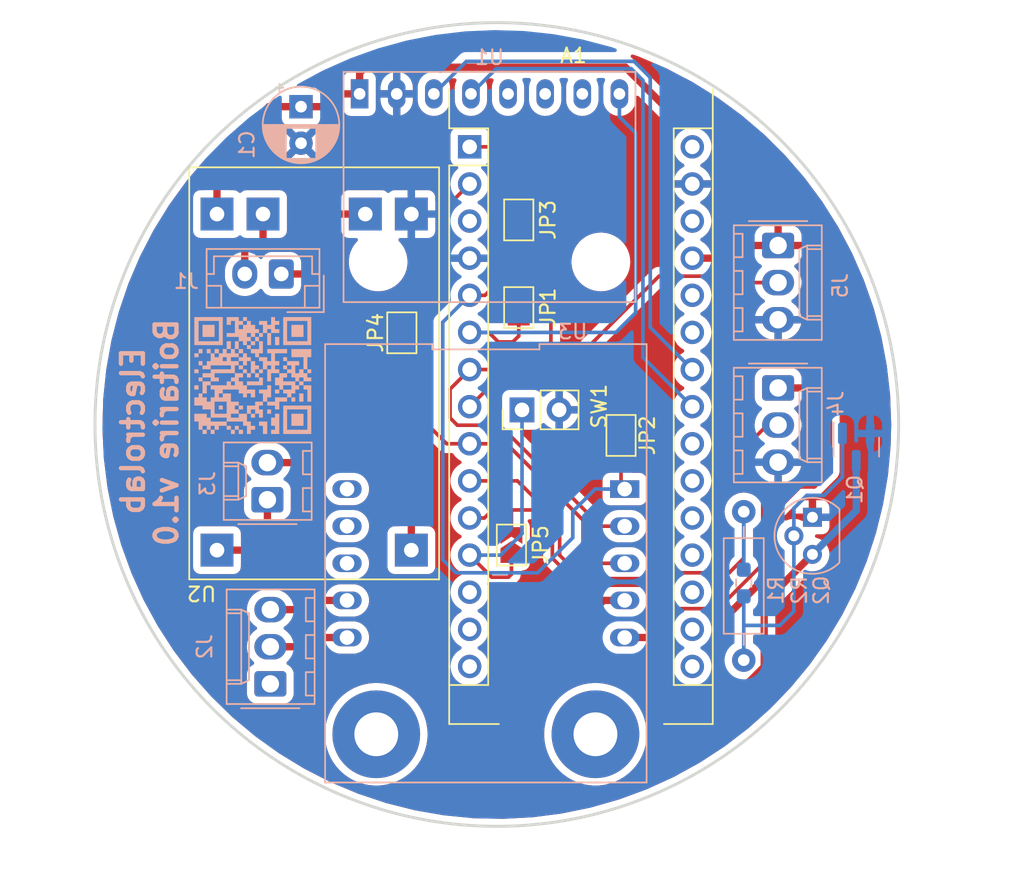
<source format=kicad_pcb>
(kicad_pcb (version 20210424) (generator pcbnew)

  (general
    (thickness 1.6)
  )

  (paper "A4")
  (layers
    (0 "F.Cu" signal)
    (31 "B.Cu" signal)
    (32 "B.Adhes" user "B.Adhesive")
    (33 "F.Adhes" user "F.Adhesive")
    (34 "B.Paste" user)
    (35 "F.Paste" user)
    (36 "B.SilkS" user "B.Silkscreen")
    (37 "F.SilkS" user "F.Silkscreen")
    (38 "B.Mask" user)
    (39 "F.Mask" user)
    (40 "Dwgs.User" user "User.Drawings")
    (41 "Cmts.User" user "User.Comments")
    (42 "Eco1.User" user "User.Eco1")
    (43 "Eco2.User" user "User.Eco2")
    (44 "Edge.Cuts" user)
    (45 "Margin" user)
    (46 "B.CrtYd" user "B.Courtyard")
    (47 "F.CrtYd" user "F.Courtyard")
    (48 "B.Fab" user)
    (49 "F.Fab" user)
    (50 "User.1" user)
    (51 "User.2" user)
    (52 "User.3" user)
    (53 "User.4" user)
    (54 "User.5" user)
    (55 "User.6" user)
    (56 "User.7" user)
    (57 "User.8" user)
    (58 "User.9" user)
  )

  (setup
    (stackup
      (layer "F.SilkS" (type "Top Silk Screen"))
      (layer "F.Paste" (type "Top Solder Paste"))
      (layer "F.Mask" (type "Top Solder Mask") (color "Green") (thickness 0.01))
      (layer "F.Cu" (type "copper") (thickness 0.035))
      (layer "dielectric 1" (type "core") (thickness 1.51) (material "FR4") (epsilon_r 4.5) (loss_tangent 0.02))
      (layer "B.Cu" (type "copper") (thickness 0.035))
      (layer "B.Mask" (type "Bottom Solder Mask") (color "Green") (thickness 0.01))
      (layer "B.Paste" (type "Bottom Solder Paste"))
      (layer "B.SilkS" (type "Bottom Silk Screen"))
      (copper_finish "None")
      (dielectric_constraints no)
    )
    (pad_to_mask_clearance 0)
    (pcbplotparams
      (layerselection 0x00010fc_ffffffff)
      (disableapertmacros false)
      (usegerberextensions false)
      (usegerberattributes true)
      (usegerberadvancedattributes true)
      (creategerberjobfile true)
      (svguseinch false)
      (svgprecision 6)
      (excludeedgelayer true)
      (plotframeref false)
      (viasonmask false)
      (mode 1)
      (useauxorigin false)
      (hpglpennumber 1)
      (hpglpenspeed 20)
      (hpglpendiameter 15.000000)
      (dxfpolygonmode true)
      (dxfimperialunits true)
      (dxfusepcbnewfont true)
      (psnegative false)
      (psa4output false)
      (plotreference true)
      (plotvalue true)
      (plotinvisibletext false)
      (sketchpadsonfab false)
      (subtractmaskfromsilk false)
      (outputformat 1)
      (mirror false)
      (drillshape 1)
      (scaleselection 1)
      (outputdirectory "")
    )
  )

  (net 0 "")
  (net 1 "Net-(A1-Pad1)")
  (net 2 "unconnected-(A1-Pad17)")
  (net 3 "Net-(A1-Pad2)")
  (net 4 "unconnected-(A1-Pad18)")
  (net 5 "unconnected-(A1-Pad3)")
  (net 6 "unconnected-(A1-Pad19)")
  (net 7 "GND")
  (net 8 "unconnected-(A1-Pad20)")
  (net 9 "/BUSY")
  (net 10 "unconnected-(A1-Pad21)")
  (net 11 "/INT")
  (net 12 "unconnected-(A1-Pad22)")
  (net 13 "/TX")
  (net 14 "/SDA")
  (net 15 "/CAP_SENSOR_2")
  (net 16 "/SCL")
  (net 17 "/RX")
  (net 18 "unconnected-(A1-Pad25)")
  (net 19 "/GND_AUDIO_SW")
  (net 20 "unconnected-(A1-Pad26)")
  (net 21 "/CAP_SENSOR_1")
  (net 22 "VCC")
  (net 23 "/SENSOR_POSITION")
  (net 24 "unconnected-(A1-Pad28)")
  (net 25 "unconnected-(A1-Pad13)")
  (net 26 "unconnected-(A1-Pad14)")
  (net 27 "unconnected-(A1-Pad30)")
  (net 28 "unconnected-(A1-Pad15)")
  (net 29 "unconnected-(A1-Pad16)")
  (net 30 "-BATT")
  (net 31 "+BATT")
  (net 32 "/SP-")
  (net 33 "/SP+")
  (net 34 "+5V")
  (net 35 "GNDPWR")
  (net 36 "/GND_AUDIO")
  (net 37 "unconnected-(U1-Pad5)")
  (net 38 "unconnected-(U1-Pad6)")
  (net 39 "unconnected-(U1-Pad7)")
  (net 40 "unconnected-(U3-Pad8)")
  (net 41 "unconnected-(U3-Pad9)")
  (net 42 "unconnected-(U3-Pad10)")
  (net 43 "unconnected-(U3-PadS1)")
  (net 44 "unconnected-(U3-PadS2)")
  (net 45 "Net-(Q1-Pad1)")

  (footprint "boitarire_lib:HW-107" (layer "F.Cu") (at 151.5 65 180))

  (footprint "Jumper:SolderJumper-2_P1.3mm_Open_TrianglePad1.0x1.5mm" (layer "F.Cu") (at 172.5 69.5 -90))

  (footprint "Jumper:SolderJumper-2_P1.3mm_Open_TrianglePad1.0x1.5mm" (layer "F.Cu") (at 165.5 60.75 90))

  (footprint "Jumper:SolderJumper-2_P1.3mm_Open_TrianglePad1.0x1.5mm" (layer "F.Cu") (at 165.5 54.75 90))

  (footprint "Jumper:SolderJumper-2_P1.3mm_Open_TrianglePad1.0x1.5mm" (layer "F.Cu") (at 165 77 90))

  (footprint "Jumper:SolderJumper-2_P1.3mm_Open_TrianglePad1.0x1.5mm" (layer "F.Cu") (at 157.5 62.475 90))

  (footprint "Connector_PinHeader_2.54mm:PinHeader_1x02_P2.54mm_Vertical" (layer "F.Cu") (at 165.725 67.75 90))

  (footprint "Module:Arduino_Nano" (layer "F.Cu") (at 162.14 49.75))

  (footprint "boitarire_lib:GY-521" (layer "B.Cu") (at 163.5 46.125))

  (footprint "Connector_Molex:Molex_KK-254_AE-6410-03A_1x03_P2.54mm_Vertical" (layer "B.Cu") (at 183.25 66.25 -90))

  (footprint "Connector_Molex:Molex_KK-254_AE-6410-02A_1x02_P2.54mm_Vertical" (layer "B.Cu") (at 148.3 73.9 90))

  (footprint "Connector_JST:JST_EH_B2B-EH-A_1x02_P2.50mm_Vertical" (layer "B.Cu") (at 149.25 58.45 180))

  (footprint "Connector_Molex:Molex_KK-254_AE-6410-03A_1x03_P2.54mm_Vertical" (layer "B.Cu") (at 148.5 86.5 90))

  (footprint "Package_TO_SOT_THT:TO-92" (layer "B.Cu") (at 185.6 75.1 -90))

  (footprint "Resistor_SMD:R_0603_1608Metric_Pad0.98x0.95mm_HandSolder" (layer "B.Cu") (at 180.9 79.6 -90))

  (footprint "Connector_Molex:Molex_KK-254_AE-6410-03A_1x03_P2.54mm_Vertical" (layer "B.Cu") (at 183.25 56.5 -90))

  (footprint "Capacitor_THT:CP_Radial_D5.0mm_P2.50mm" (layer "B.Cu") (at 150.6 47 -90))

  (footprint "boitarire_lib:DFR0534" (layer "B.Cu") (at 163.25 78.25 -90))

  (footprint "Resistor_THT:R_Axial_DIN0207_L6.3mm_D2.5mm_P10.16mm_Horizontal" (layer "B.Cu") (at 180.9 74.72 -90))

  (footprint "Package_TO_SOT_SMD:SOT-23" (layer "B.Cu") (at 188.6 70.3 -90))

  (footprint "boitarire_lib:qr-code" (layer "B.Cu") (at 147.3 65.4 180))

  (gr_circle (center 164 68.75) (end 191.5 68.75) (layer "Edge.Cuts") (width 0.2) (fill none) (tstamp 30c2b695-36de-4ed3-b4f6-de3e6f1f2fe0))
  (gr_text "Electrolab" (at 139.1 69.2 90) (layer "B.SilkS") (tstamp 278fe4ee-820f-43c7-98d8-16da8c7b9a48)
    (effects (font (size 1.5 1.5) (thickness 0.3)) (justify mirror))
  )
  (gr_text "Boitarire v1.0" (at 141.4 69.3 -270) (layer "B.SilkS") (tstamp a0e2e1b1-52e3-4bf3-8b1e-c60b62b615be)
    (effects (font (size 1.5 1.5) (thickness 0.3)) (justify mirror))
  )

  (segment (start 165.5 51.1) (end 164.15 49.75) (width 0.25) (layer "F.Cu") (net 1) (tstamp 57c13a52-aaf8-4b76-89cf-06026b679688))
  (segment (start 164.15 49.75) (end 162.14 49.75) (width 0.25) (layer "F.Cu") (net 1) (tstamp 862f08b7-0f46-4efa-974d-f80c33dbca6e))
  (segment (start 165.5 54.025) (end 165.5 51.1) (width 0.25) (layer "F.Cu") (net 1) (tstamp c6c4a031-6182-4c64-aa66-a67993c43034))
  (segment (start 160.1 54.33) (end 162.14 52.29) (width 0.25) (layer "F.Cu") (net 3) (tstamp 0f2ccad9-e699-49f0-bc40-53277732aa90))
  (segment (start 157.5 60.5) (end 160.1 57.9) (width 0.25) (layer "F.Cu") (net 3) (tstamp 2cb29135-e8a2-4b08-89cd-2f31876aed39))
  (segment (start 160.1 57.9) (end 160.1 54.33) (width 0.25) (layer "F.Cu") (net 3) (tstamp 3b0d2cd4-97d6-46cf-a781-12347f18ee90))
  (segment (start 157.5 61.75) (end 157.5 60.5) (width 0.25) (layer "F.Cu") (net 3) (tstamp 779db477-d577-48ba-bd55-2178aefc5e16))
  (segment (start 165.5 60.025) (end 165.5 58.5) (width 0.25) (layer "F.Cu") (net 9) (tstamp 065dc92b-f004-45d3-b53b-e8064470db48))
  (segment (start 163.19 59.91) (end 162.14 59.91) (width 0.25) (layer "F.Cu") (net 9) (tstamp 55173f7a-6b9a-4877-8ad3-ce477d3a10c0))
  (segment (start 172.5 72.92) (end 172.75 73.17) (width 0.25) (layer "F.Cu") (net 9) (tstamp 56bb2100-e65f-4553-8203-d8025676d120))
  (segment (start 163.5 59.6) (end 163.19 59.91) (width 0.25) (layer "F.Cu") (net 9) (tstamp 7f7cde0e-ce6f-4ba5-a63d-3ab5aec6bd4d))
  (segment (start 165.2 58.2) (end 163.9 58.2) (width 0.25) (layer "F.Cu") (net 9) (tstamp b539e521-bf0e-4470-86bc-16ab0cbad67d))
  (segment (start 165.5 58.5) (end 165.2 58.2) (width 0.25) (layer "F.Cu") (net 9) (tstamp bb44fe3e-7dfd-40c7-833d-290d5ea38f62))
  (segment (start 172.5 70.225) (end 172.5 72.92) (width 0.25) (layer "F.Cu") (net 9) (tstamp ce784b1e-769e-4be0-a409-c0209f93f5a6))
  (segment (start 163.9 58.2) (end 163.5 58.6) (width 0.25) (layer "F.Cu") (net 9) (tstamp d7dd6b40-c6fd-4b1e-8cd2-f861de028501))
  (segment (start 163.5 58.6) (end 163.5 59.6) (width 0.25) (layer "F.Cu") (net 9) (tstamp e54a7c8d-de81-40ba-bb01-0b5c4918415c))
  (segment (start 170.73 73.17) (end 172.75 73.17) (width 0.25) (layer "B.Cu") (net 9) (tstamp 30136584-2238-4ce6-b094-44fc47af23ed))
  (segment (start 161.2 78.9) (end 166.8 78.9) (width 0.25) (layer "B.Cu") (net 9) (tstamp 4c00cbf0-5a6f-4edc-9543-4bc0bbf6b2b6))
  (segment (start 169.2 76.5) (end 169.2 74.7) (width 0.25) (layer "B.Cu") (net 9) (tstamp 4dca56f9-7a3b-456b-9865-8ec42cace1a4))
  (segment (start 166.8 78.9) (end 169.2 76.5) (width 0.25) (layer "B.Cu") (net 9) (tstamp a854b223-738f-43a7-a5c8-b5f750cf40fb))
  (segment (start 169.2 74.7) (end 170.73 73.17) (width 0.25) (layer "B.Cu") (net 9) (tstamp aa3ea5ee-bd3a-4241-ad25-5e288deb3d6b))
  (segment (start 162.14 59.91) (end 160.3 61.75) (width 0.25) (layer "B.Cu") (net 9) (tstamp affd43e6-fb37-4814-9c31-bb300f43db47))
  (segment (start 160.3 61.75) (end 160.3 78) (width 0.25) (layer "B.Cu") (net 9) (tstamp cd1d6fb9-8a88-4a01-a974-386780784198))
  (segment (start 160.3 78) (end 161.2 78.9) (width 0.25) (layer "B.Cu") (net 9) (tstamp da7c607e-81ba-4a73-9828-f8e1932f56b4))
  (segment (start 165.5 62.7) (end 165.1 63.1) (width 0.25) (layer "F.Cu") (net 11) (tstamp 1e012710-c1a4-46c8-b704-8008034fecb3))
  (segment (start 163.45 62.45) (end 162.14 62.45) (width 0.25) (layer "F.Cu") (net 11) (tstamp 441a1bfc-3a90-4db3-9ca2-acaf7910690f))
  (segment (start 165.5 61.475) (end 165.5 62.7) (width 0.25) (layer "F.Cu") (net 11) (tstamp 67f169d9-914d-44b4-af3c-6ffb85557a3e))
  (segment (start 164.1 63.1) (end 163.45 62.45) (width 0.25) (layer "F.Cu") (net 11) (tstamp 7b297671-5e54-4763-8cbe-ba1fa1d8edce))
  (segment (start 165.1 63.1) (end 164.1 63.1) (width 0.25) (layer "F.Cu") (net 11) (tstamp 966d2020-e145-4fd3-9d48-eef9fe6bd357))
  (segment (start 173.5 61.1) (end 172.15 62.45) (width 0.25) (layer "B.Cu") (net 11) (tstamp 59bd45b0-2f1a-4678-a8e3-b144573cc1fe))
  (segment (start 173.5 48.8) (end 173.5 61.1) (width 0.25) (layer "B.Cu") (net 11) (tstamp 74f11ede-740d-44cf-bdd0-4d01c7b27443))
  (segment (start 172.39 47.69) (end 173.5 48.8) (width 0.25) (layer "B.Cu") (net 11) (tstamp 94abd6fb-8b7e-424a-8aa7-b59a1d269419))
  (segment (start 172.39 46.125) (end 172.39 47.69) (width 0.25) (layer "B.Cu") (net 11) (tstamp c5f8351f-65d4-4e94-bd13-8476c83b8479))
  (segment (start 172.15 62.45) (end 162.14 62.45) (width 0.25) (layer "B.Cu") (net 11) (tstamp fd8ff827-d8ab-4f0a-a2db-0035a574ea84))
  (segment (start 165.81 64.99) (end 162.14 64.99) (width 0.25) (layer "F.Cu") (net 13) (tstamp 002ddc8a-2dcd-47e5-bac6-ff419e906c3e))
  (segment (start 171.11 75.71) (end 164.8 69.4) (width 0.25) (layer "F.Cu") (net 13) (tstamp 0b923e47-3f29-4ae2-ad00-3b5133888ac7))
  (segment (start 160.8 66.33) (end 162.14 64.99) (width 0.25) (layer "F.Cu") (net 13) (tstamp 44ccfd1f-92db-4ce3-b598-f9e3351efd52))
  (segment (start 163.6 69.4) (end 163 68.8) (width 0.25) (layer "F.Cu") (net 13) (tstamp 50197276-befb-42f2-aee9-c2976dee3403))
  (segment (start 160.8 68.3) (end 160.8 66.33) (width 0.25) (layer "F.Cu") (net 13) (tstamp 6225685e-6e15-467a-a511-23d66c1791d1))
  (segment (start 164.8 69.4) (end 163.6 69.4) (width 0.25) (layer "F.Cu") (net 13) (tstamp 63de9d62-9f65-43ed-80e5-d27a1bbe424c))
  (segment (start 165.5 57) (end 167.7 59.2) (width 0.25) (layer "F.Cu") (net 13) (tstamp 7b9f1bdf-6a0a-4ad3-b9a9-778178e42909))
  (segment (start 163 68.8) (end 161.3 68.8) (width 0.25) (layer "F.Cu") (net 13) (tstamp 897ed4dd-a862-47c0-ac0d-90daca1acab5))
  (segment (start 165.5 55.475) (end 165.5 57) (width 0.25) (layer "F.Cu") (net 13) (tstamp 99073820-8e6c-4f2a-a494-b1dc8444af55))
  (segment (start 167.7 63.1) (end 165.81 64.99) (width 0.25) (layer "F.Cu") (net 13) (tstamp a5f7530c-a571-47b6-84a2-d00dfb42af9c))
  (segment (start 167.7 59.2) (end 167.7 63.1) (width 0.25) (layer "F.Cu") (net 13) (tstamp a9baa2f4-4424-47a5-bfe3-feb292a13a74))
  (segment (start 172.75 75.71) (end 171.11 75.71) (width 0.25) (layer "F.Cu") (net 13) (tstamp d1b78b01-c3b5-45b8-8dc7-84fc09583e29))
  (segment (start 161.3 68.8) (end 160.8 68.3) (width 0.25) (layer "F.Cu") (net 13) (tstamp d818c73a-f3aa-46a4-857b-00eb8f0ef2a6))
  (segment (start 177.38 67.53) (end 174 64.15) (width 0.25) (layer "B.Cu") (net 14) (tstamp a367b837-9c05-48ef-9036-2c934e8deefd))
  (segment (start 174 64.15) (end 174 45.2) (width 0.25) (layer "B.Cu") (net 14) (tstamp ddad0104-21f0-4e29-85af-4414e34a82dd))
  (segment (start 174 45.2) (end 173.2 44.4) (width 0.25) (layer "B.Cu") (net 14) (tstamp e93177f5-2dce-43e7-a9f2-ec3a958e5ca0))
  (segment (start 163.955 44.4) (end 162.23 46.125) (width 0.25) (layer "B.Cu") (net 14) (tstamp ecdcc377-428c-4024-acaa-bf5f481f5e8e))
  (segment (start 173.2 44.4) (end 163.955 44.4) (width 0.25) (layer "B.Cu") (net 14) (tstamp f051b5f5-8497-4588-93d8-7244b316bcbf))
  (segment (start 179.94 59.04) (end 179.5 58.6) (width 0.25) (layer "F.Cu") (net 15) (tstamp 11814792-5227-45aa-8595-52e8591a2dec))
  (segment (start 175.1 58.6) (end 170.3 63.4) (width 0.25) (layer "F.Cu") (net 15) (tstamp 2b9124f1-50e7-438f-bebf-f19a0355456c))
  (segment (start 163.97 65.7) (end 162.14 67.53) (width 0.25) (layer "F.Cu") (net 15) (tstamp 31cdb422-7f8c-473d-b055-f5144bef0800))
  (segment (start 179.5 58.6) (end 175.1 58.6) (width 0.25) (layer "F.Cu") (net 15) (tstamp 3bf1cc53-7c7f-46c9-b819-78eaee2c4234))
  (segment (start 172.5 68.775) (end 172.5 66.3) (width 0.25) (layer "F.Cu") (net 15) (tstamp 42f6d15a-8720-469e-b170-0879acfa1f43))
  (segment (start 166.3 65.7) (end 163.97 65.7) (width 0.25) (layer "F.Cu") (net 15) (tstamp 51db83d9-f4cc-4a7d-8b90-61b2baf044ab))
  (segment (start 171.2 65) (end 170.3 65) (width 0.25) (layer "F.Cu") (net 15) (tstamp 54482451-9f5d-4900-978a-b7fb3b040d86))
  (segment (start 167 65) (end 166.3 65.7) (width 0.25) (layer "F.Cu") (net 15) (tstamp 6567149e-9f08-4e52-a43a-bf9df007c96d))
  (segment (start 170.3 63.4) (end 170.3 65) (width 0.25) (layer "F.Cu") (net 15) (tstamp a335e5bb-0b65-425c-b88b-69987733e1f7))
  (segment (start 172.5 66.3) (end 171.2 65) (width 0.25) (layer "F.Cu") (net 15) (tstamp c814891f-b5c3-42f6-a49b-71665c07e531))
  (segment (start 170.3 65) (end 167 65) (width 0.25) (layer "F.Cu") (net 15) (tstamp df12b927-051e-4d40-bcb4-58d42fc2f897))
  (segment (start 183.25 59.04) (end 179.94 59.04) (width 0.25) (layer "F.Cu") (net 15) (tstamp e74e96a4-5094-426c-9640-3a489662762e))
  (segment (start 174.5 45) (end 173.4 43.9) (width 0.25) (layer "B.Cu") (net 16) (tstamp 099b495b-eb72-4208-b491-c50c4f449fd0))
  (segment (start 173.4 43.9) (end 161.915 43.9) (width 0.25) (layer "B.Cu") (net 16) (tstamp b67a5d25-290a-4252-a9b7-e682b39b21e1))
  (segment (start 177.38 64.99) (end 174.5 62.11) (width 0.25) (layer "B.Cu") (net 16) (tstamp d9a2b80c-dc5f-4760-b55e-fe911d45dbf5))
  (segment (start 161.915 43.9) (end 159.69 46.125) (width 0.25) (layer "B.Cu") (net 16) (tstamp e8848ca5-e769-4140-a08b-05e6d9c77e7d))
  (segment (start 174.5 62.11) (end 174.5 45) (width 0.25) (layer "B.Cu") (net 16) (tstamp f4017f14-3c64-40a7-987f-82c58b56e986))
  (segment (start 160.57 70.07) (end 162.14 70.07) (width 0.25) (layer "F.Cu") (net 17) (tstamp 3e548c9f-29c6-4224-9b83-5da945fef1ef))
  (segment (start 164.67 70.07) (end 169.9 75.3) (width 0.25) (layer "F.Cu") (net 17) (tstamp 3f280ec0-d641-491d-907f-e39d66d6a684))
  (segment (start 157.5 67) (end 160.57 70.07) (width 0.25) (layer "F.Cu") (net 17) (tstamp 823843c5-18d9-4078-a62b-17ccfa0b3021))
  (segment (start 169.9 75.3) (end 169.9 77) (width 0.25) (layer "F.Cu") (net 17) (tstamp 8a71d9fd-00e9-4bfb-a527-4f74d07b573a))
  (segment (start 172.75 78.25) (end 171.15 78.25) (width 0.25) (layer "F.Cu") (net 17) (tstamp 96e7c6e6-5759-45b2-881e-59d86e2f90fb))
  (segment (start 162.14 70.07) (end 164.67 70.07) (width 0.25) (layer "F.Cu") (net 17) (tstamp be06cfd1-c42e-4a17-b753-c672dba54922))
  (segment (start 171.15 78.25) (end 169.9 77) (width 0.25) (layer "F.Cu") (net 17) (tstamp f232608d-a10c-4f4a-a340-b1becc13aa03))
  (segment (start 157.5 63.2) (end 157.5 67) (width 0.25) (layer "F.Cu") (net 17) (tstamp f6ad1a94-a957-4926-b263-b33a2228fc59))
  (segment (start 169.9 79.3) (end 174.9 79.3) (width 0.25) (layer "F.Cu") (net 19) (tstamp 0510ee0c-9be4-4f58-a22c-840098bdf9bd))
  (segment (start 168.3 75.5) (end 168.3 77.7) (width 0.25) (layer "F.Cu") (net 19) (tstamp 1f480e97-79fd-43e6-b991-9f31b262102a))
  (segment (start 165.41 72.61) (end 168.3 75.5) (width 0.25) (layer "F.Cu") (net 19) (tstamp 30439de0-b93d-469e-94ad-e034831fa7a6))
  (segment (start 179.9 78.9) (end 180.9 77.9) (width 0.25) (layer "F.Cu") (net 19) (tstamp 8a3fb9ea-877b-4e3e-abd2-28092dfdc050))
  (segment (start 179.02 78.9) (end 179 78.9) (width 0.25) (layer "F.Cu") (net 19) (tstamp 8b396bb1-810d-4afa-b3c7-842b200d101e))
  (segment (start 180.9 77.9) (end 180.9 74.72) (width 0.25) (layer "F.Cu") (net 19) (tstamp 90b63b83-733c-4c9e-ad70-a8fc2dad650d))
  (segment (start 175.3 78.9) (end 179.02 78.9) (width 0.25) (layer "F.Cu") (net 19) (tstamp c1073856-0b9e-4b90-b70a-1714525486a7))
  (segment (start 174.9 79.3) (end 175.3 78.9) (width 0.25) (layer "F.Cu") (net 19) (tstamp cdce4433-b137-4343-8add-70cb8bc1c25f))
  (segment (start 168.3 77.7) (end 169.9 79.3) (width 0.25) (layer "F.Cu") (net 19) (tstamp d8018cef-db9e-4d1a-a9bb-129bb542e9ce))
  (segment (start 179.02 78.9) (end 179.9 78.9) (width 0.25) (layer "F.Cu") (net 19) (tstamp e037f1f2-7242-45fd-b0d6-4a47d5ec9ca7))
  (segment (start 162.14 72.61) (end 165.41 72.61) (width 0.25) (layer "F.Cu") (net 19) (tstamp e1f5b0f2-1c24-49c3-b6e0-5d2e7450145b))
  (segment (start 180.9 74.72) (end 180.9 78.6875) (width 0.25) (layer "B.Cu") (net 19) (tstamp 6f4acf13-a926-4655-a0a9-1562ec2e41e3))
  (segment (start 167.8 77.9) (end 169.64952 79.74952) (width 0.25) (layer "F.Cu") (net 21) (tstamp 01c54785-c88a-4d3a-acc5-7b71d5ad9ad0))
  (segment (start 163.7 74.6) (end 163.15 75.15) (width 0.25) (layer "F.Cu") (net 21) (tstamp 074c7175-bdd2-4fa4-8e32-7a779c5241f1))
  (segment (start 163.15 75.15) (end 162.14 75.15) (width 0.25) (layer "F.Cu") (net 21) (tstamp 12ccf950-5492-4193-a0eb-957dc51d0514))
  (segment (start 182.2 78.3) (end 182.2 73.1) (width 0.25) (layer "F.Cu") (net 21) (tstamp 2925ec92-c9a8-40d4-b59a-bacd88929ae4))
  (segment (start 174.14952 79.74952) (end 175.754511 81.354511) (width 0.25) (layer "F.Cu") (net 21) (tstamp 560c5d40-8bbc-465f-ae30-3382b1dcfcbf))
  (segment (start 165 76.275) (end 165 74.6) (width 0.25) (layer "F.Cu") (net 21) (tstamp 61b9e027-c8eb-4fd3-8438-975a5c4ae50c))
  (segment (start 175.754511 81.354511) (end 179.145489 81.354511) (width 0.25) (layer "F.Cu") (net 21) (tstamp 6c28ef58-79e0-4e63-a960-53df85c3198b))
  (segment (start 182.51 68.79) (end 183.25 68.79) (width 0.25) (layer "F.Cu") (net 21) (tstamp 6e77c217-c11c-4a97-ac0f-5725779db20c))
  (segment (start 165 74.6) (end 163.7 74.6) (width 0.25) (layer "F.Cu") (net 21) (tstamp 86f53970-0266-4ff5-8ff3-f159d26b5bc0))
  (segment (start 182.2 73.1) (end 181.3 72.2) (width 0.25) (layer "F.Cu") (net 21) (tstamp 88a4e490-b8a5-41e9-8c0b-df994388ad12))
  (segment (start 179.145489 81.354511) (end 182.2 78.3) (width 0.25) (layer "F.Cu") (net 21) (tstamp 90515f17-ce45-4f1e-bc5c-dd5955bbb0cd))
  (segment (start 169.64952 79.74952) (end 174.14952 79.74952) (width 0.25) (layer "F.Cu") (net 21) (tstamp 9131d637-edf7-4ae3-9682-7d62de9906d9))
  (segment (start 181.3 70) (end 182.51 68.79) (width 0.25) (layer "F.Cu") (net 21) (tstamp 99d0fa3e-9007-4a5f-b1a0-347fb43e1b03))
  (segment (start 167.8 75.7) (end 167.8 77.9) (width 0.25) (layer "F.Cu") (net 21) (tstamp b4d84806-bf4f-4214-acfa-f91a70f8fc92))
  (segment (start 181.3 72.2) (end 181.3 70) (width 0.25) (layer "F.Cu") (net 21) (tstamp d24b992e-e4b5-492e-bcad-187e00b28893))
  (segment (start 165 74.6) (end 166.7 74.6) (width 0.25) (layer "F.Cu") (net 21) (tstamp da0d521f-9b8b-41ed-9dc0-981d541d74e4))
  (segment (start 166.7 74.6) (end 167.8 75.7) (width 0.25) (layer "F.Cu") (net 21) (tstamp fd96db98-dbc8-4c29-a9b9-9d7b25386653))
  (segment (start 177.38 57.37) (end 179.63 57.37) (width 0.5) (layer "F.Cu") (net 22) (tstamp 078d9f8d-5bb9-4da5-85a3-5b0087e021c4))
  (segment (start 178.2 87.4) (end 176.5 87.4) (width 0.5) (layer "F.Cu") (net 22) (tstamp 085595e4-3452-48a5-beaa-4c49a4924776))
  (segment (start 148.4 47) (end 150.6 47) (width 0.5) (layer "F.Cu") (net 22) (tstamp 14d21781-cda9-4134-a09f-fff4c2ad7709))
  (segment (start 183.25 66.25) (end 186.65 66.25) (width 0.5) (layer "F.Cu") (net 22) (tstamp 1cb7804d-c53f-41f6-9ec5-da2612a23f93))
  (segment (start 183.25 56.5) (end 185.3 56.5) (width 0.5) (layer "F.Cu") (net 22) (tstamp 1e52d948-d6c4-492a-88aa-b89ce283a874))
  (segment (start 152.875 46.125) (end 154.61 46.125) (width 0.5) (layer "F.Cu") (net 22) (tstamp 24e997ae-49bd-4c23-b983-b76e46035414))
  (segment (start 144.85 50.55) (end 148.4 47) (width 0.5) (layer "F.Cu") (net 22) (tstamp 25423017-08bf-4449-8c44-0e6e2490b172))
  (segment (start 155 44.3) (end 154.61 44.69) (width 0.5) (layer "F.Cu") (net 22) (tstamp 4260e002-56cb-4793-87f3-c7500192e835))
  (segment (start 179.3 82.3) (end 179.3 83.9) (width 0.5) (layer "F.Cu") (net 22) (tstamp 46e9abcc-c36f-4062-a86d-ce795327e98b))
  (segment (start 174.53 83.33) (end 172.75 83.33) (width 0.5) (layer "F.Cu") (net 22) (tstamp 51488d10-e582-4a1e-b3bd-9e13adef2633))
  (segment (start 172.8 44.3) (end 155 44.3) (width 0.5) (layer "F.Cu") (net 22) (tstamp 6e3d756a-4abc-4f63-875a-c1dd2262b9d2))
  (segment (start 154.61 44.69) (end 154.61 46.125) (width 0.5) (layer "F.Cu") (net 22) (tstamp 7e15a977-f212-4fe9-a502-b9628f6546e5))
  (segment (start 179.3 82.3) (end 179.3 86.3) (width 0.5) (layer "F.Cu") (net 22) (tstamp 86c3c1cf-44c7-4f9c-830b-23d0742da49e))
  (segment (start 179.3 86.3) (end 178.2 87.4) (width 0.5) (layer "F.Cu") (net 22) (tstamp 88bea4e7-71d1-4970-8731-ea4bac4e6dc5))
  (segment (start 184.7 72.9) (end 182.9 74.7) (width 0.5) (layer "F.Cu") (net 22) (tstamp 8a7df84e-1ec8-442f-a190-0c7c8e2c32d2))
  (segment (start 150.6 47) (end 152 47) (width 0.5) (layer "F.Cu") (net 22) (tstamp 98a3caaf-37a8-430e-8bbf-03708445bc6f))
  (segment (start 186.7 71.89088) (end 185.69088 72.9) (width 0.5) (layer "F.Cu") (net 22) (tstamp 9f63a181-06fd-4ce1-bab0-d8a2b0115f87))
  (segment (start 185.3 56.5) (end 186.7 57.9) (width 0.5) (layer "F.Cu") (net 22) (tstamp a9074133-5e7b-4565-8eb1-b0ba14b0a2cc))
  (segment (start 186.7 57.9) (end 186.7 66.3) (width 0.5) (layer "F.Cu") (net 22) (tstamp a9f8c466-7b26-4574-90c3-f04b0c1fdd84))
  (segment (start 183.25 56.5) (end 183.25 53.25) (width 0.5) (layer "F.Cu") (net 22) (tstamp b22617d6-86cb-47c3-a804-cfa351bfb0f3))
  (segment (start 175.2 86.1) (end 175.2 84) (width 0.5) (layer "F.Cu") (net 22) (tstamp b22b8bad-4843-42dd-8ac5-4e841a3860cc))
  (segment (start 144.85 54.35) (end 144.85 50.55) (width 0.5) (layer "F.Cu") (net 22) (tstamp b2f4b903-d489-4e44-a304-4fd86610e80a))
  (segment (start 177.5 47.5) (end 176 47.5) (width 0.5) (layer "F.Cu") (net 22) (tstamp b53425ec-2237-4354-8f42-b9acd2347e64))
  (segment (start 182.9 74.7) (end 182.9 78.7) (width 0.5) (layer "F.Cu") (net 22) (tstamp bca6c8ce-edfd-44f8-b029-e875b33b6d85))
  (segment (start 175.2 84) (end 174.53 83.33) (width 0.5) (layer "F.Cu") (net 22) (tstamp bd51a307-0fe2-4efd-9ee3-db04d2c9ca6b))
  (segment (start 152 47) (end 152.875 46.125) (width 0.5) (layer "F.Cu") (net 22) (tstamp c94c57c9-0911-4583-9e5f-c2c85028060b))
  (segment (start 182.9 78.7) (end 179.3 82.3) (width 0.5) (layer "F.Cu") (net 22) (tstamp cf8ff3b2-4c1d-40c9-9ccc-d09a288bc483))
  (segment (start 180.5 56.5) (end 183.25 56.5) (width 0.5) (layer "F.Cu") (net 22) (tstamp d801af6b-dc11-4f18-a53b-73a7e7511827))
  (segment (start 185.69088 72.9) (end 184.7 72.9) (width 0.5) (layer "F.Cu") (net 22) (tstamp d954ab87-fc82-4683-85aa-ab69ceeb4aa7))
  (segment (start 186.65 66.25) (end 186.7 66.3) (width 0.5) (layer "F.Cu") (net 22) (tstamp d9c343ac-93b9-48b2-af76-ca7510d76f17))
  (segment (start 179.63 57.37) (end 180.5 56.5) (width 0.5) (layer "F.Cu") (net 22) (tstamp dddf2b9f-a002-4bd4-a01b-0ca247bd255e))
  (segment (start 176.5 87.4) (end 175.2 86.1) (width 0.5) (layer "F.Cu") (net 22) (tstamp e785ee85-b324-4a24-838a-99426fe84330))
  (segment (start 186.7 66.3) (end 186.7 71.89088) (width 0.5) (layer "F.Cu") (net 22) (tstamp e8322637-27e2-465d-8d17-081cd8603b6c))
  (segment (start 183.25 53.25) (end 177.5 47.5) (width 0.5) (layer "F.Cu") (net 22) (tstamp eae11a4f-c56d-4ad9-ab00-d42b41392df7))
  (segment (start 176 47.5) (end 172.8 44.3) (width 0.5) (layer "F.Cu") (net 22) (tstamp f5baf45d-407f-4792-aca5-aa283476cb51))
  (segment (start 165 77.725) (end 165 79) (width 0.25) (layer "F.Cu") (net 23) (tstamp 47197d15-ab99-495e-ab32-c75bcd47bef5))
  (segment (start 164.8 79.2) (end 163.65 79.2) (width 0.25) (layer "F.Cu") (net 23) (tstamp 5e320c37-0e6a-4e9d-b089-0db049b98275))
  (segment (start 165 79) (end 164.8 79.2) (width 0.25) (layer "F.Cu") (net 23) (tstamp 66abaf3c-c04b-40a0-9c52-768c910d489e))
  (segment (start 163.65 79.2) (end 162.14 77.69) (width 0.25) (layer "F.Cu") (net 23) (tstamp e85e6118-5fac-416d-8594-66a60d0b0fd2))
  (segment (start 165.725 67.75) (end 165.725 76.225) (width 0.25) (layer "B.Cu") (net 23) (tstamp 47a5eb30-410b-43c4-9345-f5fc55c41cda))
  (segment (start 165.725 76.225) (end 164.26 77.69) (width 0.25) (layer "B.Cu") (net 23) (tstamp 5dc10f71-8f03-4772-97f1-7e485fc7dd90))
  (segment (start 164.26 77.69) (end 162.14 77.69) (width 0.25) (layer "B.Cu") (net 23) (tstamp b12a44a6-9e67-4864-a910-03bbfc697bad))
  (segment (start 152 55.25) (end 152.9 54.35) (width 0.5) (layer "F.Cu") (net 30) (tstamp 3305a80e-a4bf-4056-bc79-3e2bc38b369c))
  (segment (start 151.05 58.45) (end 152 57.5) (width 0.5) (layer "F.Cu") (net 30) (tstamp 3d375ff2-e0a6-4945-8542-d4826a73ff2c))
  (segment (start 152 57.5) (end 152 55.25) (width 0.5) (layer "F.Cu") (net 30) (tstamp ba84bd55-cdfe-4036-be9d-510986c16111))
  (segment (start 149.25 58.45) (end 151.05 58.45) (width 0.5) (layer "F.Cu") (net 30) (tstamp d079615e-89b7-48f9-8591-ebbec5435e49))
  (segment (start 152.9 54.35) (end 155 54.35) (width 0.5) (layer "F.Cu") (net 30) (tstamp ef5ffc1f-619a-474f-937a-3dbd8f8577d3))
  (segment (start 147.75 56.5) (end 147 56.5) (width 0.5) (layer "F.Cu") (net 31) (tstamp 10432fa2-2abd-44c7-a675-49a425a1caa0))
  (segment (start 146.75 56.75) (end 146.75 58.45) (width 0.5) (layer "F.Cu") (net 31) (tstamp 43ae0c46-b51f-4835-bb3e-be7b0fb465bc))
  (segment (start 148 56.25) (end 147.75 56.5) (width 0.5) (layer "F.Cu") (net 31) (tstamp 491df80a-a69f-48e8-8c6a-67d9129f61e6))
  (segment (start 147 56.5) (end 146.75 56.75) (width 0.5) (layer "F.Cu") (net 31) (tstamp cb1b24e7-bd2a-4889-9d2f-3ff6b0e9718f))
  (segment (start 148 54.35) (end 148 56.25) (width 0.5) (layer "F.Cu") (net 31) (tstamp f0058139-692f-48f4-abbe-8fb26cf7fe3b))
  (segment (start 151.04 83.96) (end 151.67 83.33) (width 0.5) (layer "F.Cu") (net 32) (tstamp 171a1ed9-3250-4922-b450-2e47366ab09e))
  (segment (start 148.5 83.96) (end 148.5 83.75) (width 0.5) (layer "F.Cu") (net 32) (tstamp 28e8f296-13eb-41cd-b56d-37a672c4682e))
  (segment (start 148.5 83.96) (end 151.04 83.96) (width 0.5) (layer "F.Cu") (net 32) (tstamp 6f7589e5-6d38-47bd-95c8-1c9aceb51533))
  (segment (start 151.67 83.33) (end 153.75 83.33) (width 0.5) (layer "F.Cu") (net 32) (tstamp 96b3b7fd-9c6a-4896-902c-ccd8d3c40899))
  (segment (start 153.75 80.79) (end 151.71 80.79) (width 0.5) (layer "F.Cu") (net 33) (tstamp 10974255-0d42-4922-8f75-1b6ff45fc360))
  (segment (start 151.08 81.42) (end 148.5 81.42) (width 0.5) (layer "F.Cu") (net 33) (tstamp 110eef9e-bb74-466d-99ab-06772e23af56))
  (segment (start 151.71 80.79) (end 151.08 81.42) (width 0.5) (layer "F.Cu") (net 33) (tstamp f8c9b8dc-2578-4010-b921-197d9010f763))
  (segment (start 147.45 77.35) (end 148.3 76.5) (width 0.5) (layer "F.Cu") (net 34) (tstamp 0d0ed9d8-5fc5-4aed-ac7b-8edea5bb8142))
  (segment (start 148.3 76.5) (end 148.3 73.9) (width 0.5) (layer "F.Cu") (net 34) (tstamp 2ea57edc-650e-4372-a12a-cc6e5b353be0))
  (segment (start 144.85 77.35) (end 147.45 77.35) (width 0.5) (layer "F.Cu") (net 34) (tstamp a86c37ec-4ca4-41b6-ac9e-c623b6a3a20f))
  (segment (start 156.36 71.36) (end 158.15 73.15) (width 0.5) (layer "F.Cu") (net 35) (tstamp 3dd33237-15a7-4e71-bda5-6f59758802a3))
  (segment (start 148.3 71.36) (end 156.36 71.36) (width 0.5) (layer "F.Cu") (net 35) (tstamp a88137c1-5d83-4368-b924-22a30964ee9f))
  (segment (start 158.15 73.15) (end 158.15 77.35) (width 0.5) (layer "F.Cu") (net 35) (tstamp f51d24ea-5c28-466c-acd1-f9e1c33b8c98))
  (segment (start 179.329277 88.3) (end 182.3 85.329277) (width 0.5) (layer "F.Cu") (net 36) (tstamp 14ab5e80-1a9c-4ea3-99a7-1d25d5ce4e4e))
  (segment (start 182.3 85.329277) (end 182.3 80.94) (width 0.5) (layer "F.Cu") (net 36) (tstamp 1f6ba1a9-cb33-47ec-b32f-056fc27f2c05))
  (segment (start 170.5 81.6) (end 170.5 83.8) (width 0.5) (layer "F.Cu") (net 36) (tstamp 2adf69a4-ab59-459d-a1a7-684462dfd9c6))
  (segment (start 170.5 83.8) (end 175 88.3) (width 0.5) (layer "F.Cu") (net 36) (tstamp 30ab8c6f-efb4-41c4-802a-e0f924841f04))
  (segment (start 172.75 80.79) (end 171.31 80.79) (width 0.5) (layer "F.Cu") (net 36) (tstamp 5cbb6758-1d55-4374-85c4-ba976670c94f))
  (segment (start 182.3 80.94) (end 185.6 77.64) (width 0.5) (layer "F.Cu") (net 36) (tstamp 8fb08ddc-a4b3-41c9-b24b-e388aa20330f))
  (segment (start 171.31 80.79) (end 170.5 81.6) (width 0.5) (layer "F.Cu") (net 36) (tstamp ca3e151c-ab17-4a2a-a1d5-5db171c138f5))
  (segment (start 175 88.3) (end 179.329277 88.3) (width 0.5) (layer "F.Cu") (net 36) (tstamp d763e28e-ed0a-4952-85ea-1138bd4ca932))
  (segment (start 185.6 77.64) (end 188.6 74.64) (width 0.5) (layer "B.Cu") (net 36) (tstamp 60c506c8-fdbf-4775-a65c-d7bae34c7270))
  (segment (start 188.6 74.64) (end 188.6 71.2375) (width 0.5) (layer "B.Cu") (net 36) (tstamp f97f9f4d-0d56-4119-944d-dbff27d3652f))
  (segment (start 184.33 74.48588) (end 185.21588 73.6) (width 0.25) (layer "B.Cu") (net 45) (tstamp 11538c91-0bbd-4182-b0bb-3646f8c393c5))
  (segment (start 186.4 73.6) (end 187.65 72.35) (width 0.25) (layer "B.Cu") (net 45) (tstamp 1367231d-b6b2-451e-bbbe-83a82d85c13c))
  (segment (start 185.21588 73.6) (end 186.4 73.6) (width 0.25) (layer "B.Cu") (net 45) (tstamp 19a47d36-4bda-4a9b-bd47-65900701d211))
  (segment (start 183.36 82.5) (end 184.33 81.53) (width 0.25) (layer "B.Cu") (net 45) (tstamp 490b2cbd-c199-4dcf-b5be-1d77aa8ccd84))
  (segment (start 180.9 82.5) (end 180.9 84.88) (width 0.25) (layer "B.Cu") (net 45) (tstamp 4e4579cf-c027-4b94-9789-1c0cca1b624e))
  (segment (start 184.33 76.37) (end 184.33 74.48588) (width 0.25) (layer "B.Cu") (net 45) (tstamp 5b98ae13-a077-4310-84b9-241c6b246e4c))
  (segment (start 180.9 80.5125) (end 180.9 82.5) (width 0.25) (layer "B.Cu") (net 45) (tstamp 5ea85c30-ca66-4995-93b2-c1b2545b1f97))
  (segment (start 184.33 76.37) (end 184.33 81.53) (width 0.25) (layer "B.Cu") (net 45) (tstamp 91cabd86-af91-4449-838f-f79771b6eb85))
  (segment (start 180.9 82.5) (end 183.36 82.5) (width 0.25) (layer "B.Cu") (net 45) (tstamp 9eccdf08-2b8b-4e37-81b4-7782d5f148bf))
  (segment (start 187.65 72.35) (end 187.65 69.3625) (width 0.25) (layer "B.Cu") (net 45) (tstamp d60102ca-69f5-447d-b4ce-03d4fd0c9607))

  (zone (net 7) (net_name "GND") (layers F&B.Cu) (tstamp ceaa5c83-8f08-4578-a67d-b0ca504b6221) (hatch edge 0.508)
    (priority 50)
    (connect_pads (clearance 0.508))
    (min_thickness 0.254) (filled_areas_thickness no)
    (fill yes (thermal_gap 0.508) (thermal_bridge_width 0.508))
    (polygon
      (pts
        (xy 200.1 100)
        (xy 130 100)
        (xy 130 40)
        (xy 200 39.7)
      )
    )
    (filled_polygon
      (layer "F.Cu")
      (pts
        (xy 173.322197 43.433584)
        (xy 173.756378 43.583508)
        (xy 173.765189 43.586925)
        (xy 175.406379 44.295433)
        (xy 175.615854 44.385864)
        (xy 175.624384 44.389933)
        (xy 175.855011 44.510758)
        (xy 177.40996 45.325395)
        (xy 177.418163 45.330094)
        (xy 179.128552 46.396788)
        (xy 179.136376 46.402085)
        (xy 180.759254 47.592028)
        (xy 180.761979 47.594026)
        (xy 180.769384 47.599894)
        (xy 182.301061 48.910384)
        (xy 182.307997 48.916784)
        (xy 182.881395 49.487188)
        (xy 183.737078 50.338402)
        (xy 183.743526 50.345316)
        (xy 185.062009 51.870102)
        (xy 185.06792 51.87748)
        (xy 186.26835 53.49681)
        (xy 186.273691 53.50461)
        (xy 187.344238 55.201326)
        (xy 187.349337 55.209408)
        (xy 187.354076 55.217584)
        (xy 187.481999 55.458679)
        (xy 188.298856 56.998203)
        (xy 188.302971 57.006714)
        (xy 188.702642 57.919351)
        (xy 189.108759 58.846708)
        (xy 189.111603 58.853203)
        (xy 189.115064 58.861989)
        (xy 189.53531 60.058673)
        (xy 189.78297 60.763906)
        (xy 189.785765 60.772938)
        (xy 190.309174 62.719531)
        (xy 190.311285 62.728746)
        (xy 190.334975 62.853527)
        (xy 190.687281 64.70918)
        (xy 190.68869 64.7185)
        (xy 190.813964 65.826609)
        (xy 190.915132 66.721497)
        (xy 190.915841 66.730924)
        (xy 190.991589 68.748584)
        (xy 190.991632 68.756719)
        (xy 190.982171 69.106369)
        (xy 190.95396 70.148946)
        (xy 190.952498 70.20296)
        (xy 190.952015 70.211076)
        (xy 190.768629 72.206866)
        (xy 190.767267 72.221686)
        (xy 190.766052 72.231048)
        (xy 190.608192 73.169351)
        (xy 190.431615 74.218902)
        (xy 190.429698 74.22816)
        (xy 189.947165 76.185309)
        (xy 189.944559 76.194397)
        (xy 189.82648 76.554595)
        (xy 189.317325 78.10777)
        (xy 189.316637 78.109868)
        (xy 189.313361 78.118724)
        (xy 188.544327 79.979929)
        (xy 188.543577 79.981744)
        (xy 188.539642 79.990337)
        (xy 188.195081 80.673933)
        (xy 187.632358 81.790353)
        (xy 187.627789 81.79863)
        (xy 186.58808 83.525582)
        (xy 186.582904 83.533493)
        (xy 185.416652 85.177604)
        (xy 185.410897 85.185104)
        (xy 184.124631 86.737173)
        (xy 184.118329 86.744221)
        (xy 183.420619 87.467984)
        (xy 183.024881 87.8785)
        (xy 182.71934 88.19545)
        (xy 182.712535 88.201999)
        (xy 181.947133 88.885146)
        (xy 181.208649 89.544268)
        (xy 181.201365 89.550294)
        (xy 179.601082 90.776017)
        (xy 179.593366 90.78148)
        (xy 177.905687 91.883764)
        (xy 177.897582 91.888634)
        (xy 176.131984 92.861287)
        (xy 176.123554 92.865526)
        (xy 175.27162 93.254673)
        (xy 174.290026 93.703046)
        (xy 174.281286 93.706649)
        (xy 172.390106 94.404343)
        (xy 172.38112 94.40728)
        (xy 170.442956 94.961209)
        (xy 170.433775 94.963464)
        (xy 168.459547 95.370511)
        (xy 168.450222 95.372072)
        (xy 167.652862 95.474924)
        (xy 166.450995 95.629952)
        (xy 166.441605 95.630807)
        (xy 164.428678 95.738061)
        (xy 164.419243 95.738209)
        (xy 162.86184 95.704226)
        (xy 162.403956 95.694235)
        (xy 162.394519 95.693674)
        (xy 160.388211 95.498721)
        (xy 160.378842 95.497455)
        (xy 158.392773 95.152617)
        (xy 158.383526 95.150651)
        (xy 157.632101 94.961209)
        (xy 156.428928 94.657877)
        (xy 156.41987 94.655228)
        (xy 155.46378 94.336252)
        (xy 154.507697 94.017278)
        (xy 154.498847 94.013951)
        (xy 153.044237 93.403983)
        (xy 152.639916 93.234437)
        (xy 152.631345 93.230459)
        (xy 152.227341 93.024164)
        (xy 150.886606 92.339551)
        (xy 150.836078 92.31375)
        (xy 150.827826 92.309138)
        (xy 149.106358 91.260411)
        (xy 149.098474 91.255193)
        (xy 148.434409 90.778892)
        (xy 147.535128 90.133882)
        (xy 152.241315 90.133882)
        (xy 152.241668 90.137208)
        (xy 152.241668 90.137217)
        (xy 152.266059 90.367345)
        (xy 152.280722 90.505688)
        (xy 152.359415 90.871202)
        (xy 152.360461 90.874373)
        (xy 152.360462 90.874378)
        (xy 152.42238 91.062149)
        (xy 152.476503 91.226283)
        (xy 152.630661 91.566912)
        (xy 152.820142 91.889231)
        (xy 153.042802 92.189589)
        (xy 153.045071 92.192052)
        (xy 153.293852 92.462127)
        (xy 153.293861 92.462135)
        (xy 153.296118 92.464586)
        (xy 153.577222 92.711108)
        (xy 153.882931 92.926363)
        (xy 153.885848 92.927983)
        (xy 153.885854 92.927987)
        (xy 154.064857 93.027414)
        (xy 154.209783 93.107913)
        (xy 154.554076 93.253702)
        (xy 154.911913 93.36208)
        (xy 154.915196 93.362703)
        (xy 154.915203 93.362705)
        (xy 155.108631 93.399428)
        (xy 155.27924 93.431819)
        (xy 155.651897 93.46213)
        (xy 155.838782 93.457399)
        (xy 156.022311 93.452754)
        (xy 156.022312 93.452754)
        (xy 156.025666 93.452669)
        (xy 156.396313 93.403543)
        (xy 156.399564 93.402753)
        (xy 156.399572 93.402752)
        (xy 156.756381 93.316101)
        (xy 156.756386 93.316099)
        (xy 156.759641 93.315309)
        (xy 156.762797 93.314176)
        (xy 156.7628 93.314175)
        (xy 157.108376 93.190101)
        (xy 157.108383 93.190098)
        (xy 157.111536 93.188966)
        (xy 157.27883 93.107913)
        (xy 157.444982 93.027414)
        (xy 157.444989 93.02741)
        (xy 157.448013 93.025945)
        (xy 157.765261 92.828091)
        (xy 158.059688 92.597645)
        (xy 158.062094 92.595309)
        (xy 158.062099 92.595305)
        (xy 158.261063 92.402158)
        (xy 158.32796 92.337217)
        (xy 158.567039 92.049756)
        (xy 158.568901 92.046959)
        (xy 158.772356 91.741313)
        (xy 158.772357 91.741311)
        (xy 158.774217 91.738517)
        (xy 158.947149 91.407025)
        (xy 158.948369 91.403919)
        (xy 158.948373 91.403911)
        (xy 159.082652 91.062149)
        (xy 159.082654 91.062144)
        (xy 159.083876 91.059033)
        (xy 159.136334 90.867935)
        (xy 159.181961 90.701721)
        (xy 159.181962 90.701719)
        (xy 159.18285 90.698482)
        (xy 159.242949 90.329456)
        (xy 159.263495 89.956132)
        (xy 159.2635 89.95)
        (xy 159.243606 89.576641)
        (xy 159.239363 89.550294)
        (xy 159.184685 89.210825)
        (xy 159.184685 89.210824)
        (xy 159.184151 89.20751)
        (xy 159.085806 88.846788)
        (xy 158.949687 88.498558)
        (xy 158.862491 88.330699)
        (xy 158.778877 88.169734)
        (xy 158.778875 88.169731)
        (xy 158.777334 88.166764)
        (xy 158.570699 87.855164)
        (xy 158.332122 87.567286)
        (xy 158.064305 87.30639)
        (xy 158.061673 87.304323)
        (xy 158.061669 87.304319)
        (xy 157.772919 87.077503)
        (xy 157.772917 87.077501)
        (xy 157.770281 87.075431)
        (xy 157.453379 86.877024)
        (xy 157.117187 86.713415)
        (xy 157.114048 86.712282)
        (xy 157.114039 86.712278)
        (xy 156.812844 86.603545)
        (xy 156.765513 86.586458)
        (xy 156.762265 86.585663)
        (xy 156.762261 86.585662)
        (xy 156.405594 86.498386)
        (xy 156.40559 86.498385)
        (xy 156.40234 86.49759)
        (xy 156.031779 86.447817)
        (xy 155.658027 86.437704)
        (xy 155.654686 86.43797)
        (xy 155.654681 86.43797)
        (xy 155.288666 86.467097)
        (xy 155.288657 86.467098)
        (xy 155.285317 86.467364)
        (xy 155.282022 86.467984)
        (xy 155.282019 86.467984)
        (xy 154.921153 86.535844)
        (xy 154.921145 86.535846)
        (xy 154.917869 86.536462)
        (xy 154.559844 86.644215)
        (xy 154.411585 86.70669)
        (xy 154.218381 86.788104)
        (xy 154.218374 86.788107)
        (xy 154.215297 86.789404)
        (xy 153.888129 86.970383)
        (xy 153.885381 86.972311)
        (xy 153.598985 87.17322)
        (xy 153.582044 87.185104)
        (xy 153.30051 87.431135)
        (xy 153.046715 87.705689)
        (xy 152.823531 88.005659)
        (xy 152.821827 88.008546)
        (xy 152.707647 88.201999)
        (xy 152.633487 88.327646)
        (xy 152.478735 88.668005)
        (xy 152.4022 88.898751)
        (xy 152.364543 89.012286)
        (xy 152.361028 89.022882)
        (xy 152.360319 89.026149)
        (xy 152.360317 89.026155)
        (xy 152.321645 89.204268)
        (xy 152.281697 89.388257)
        (xy 152.241641 89.759994)
        (xy 152.241315 90.133882)
        (xy 147.535128 90.133882)
        (xy 147.46046 90.080326)
        (xy 147.452993 90.074534)
        (xy 147.309612 89.954436)
        (xy 145.907713 88.780187)
        (xy 145.900712 88.773862)
        (xy 144.981162 87.878075)
        (xy 144.456798 87.367261)
        (xy 144.450279 87.360415)
        (xy 143.115911 85.849533)
        (xy 143.109923 85.842217)
        (xy 141.892605 84.23555)
        (xy 141.887182 84.227806)
        (xy 140.945535 82.769452)
        (xy 140.793732 82.53435)
        (xy 140.788907 82.526223)
        (xy 140.714916 82.390232)
        (xy 140.151567 81.354828)
        (xy 146.893036 81.354828)
        (xy 146.893236 81.360158)
        (xy 146.893236 81.360159)
        (xy 146.8936 81.36985)
        (xy 146.901812 81.588606)
        (xy 146.920157 81.676035)
        (xy 146.947998 81.808721)
        (xy 146.949853 81.817563)
        (xy 146.988009 81.914181)
        (xy 147.031923 82.025378)
        (xy 147.035783 82.035153)
        (xy 147.157146 82.235153)
        (xy 147.160643 82.239183)
        (xy 147.248487 82.340414)
        (xy 147.310472 82.411846)
        (xy 147.314603 82.415233)
        (xy 147.487249 82.556795)
        (xy 147.487255 82.556799)
        (xy 147.491377 82.560179)
        (xy 147.52744 82.580707)
        (xy 147.528485 82.581302)
        (xy 147.577791 82.632384)
        (xy 147.591653 82.702014)
        (xy 147.56567 82.768085)
        (xy 147.53652 82.795324)
        (xy 147.522815 82.804551)
        (xy 147.408094 82.881786)
        (xy 147.23882 83.043265)
        (xy 147.099173 83.230957)
        (xy 146.993148 83.439494)
        (xy 146.986789 83.459973)
        (xy 146.925358 83.657811)
        (xy 146.925357 83.657817)
        (xy 146.923774 83.662914)
        (xy 146.912021 83.751586)
        (xy 146.895998 83.872483)
        (xy 146.893036 83.894828)
        (xy 146.893236 83.900158)
        (xy 146.893236 83.900159)
        (xy 146.895374 83.957114)
        (xy 146.901812 84.128606)
        (xy 146.922627 84.227806)
        (xy 146.946174 84.340027)
        (xy 146.949853 84.357563)
        (xy 146.992508 84.465574)
        (xy 147.031923 84.565378)
        (xy 147.035783 84.575153)
        (xy 147.157146 84.775153)
        (xy 147.160643 84.779183)
        (xy 147.248487 84.880414)
        (xy 147.310472 84.951846)
        (xy 147.347881 84.98252)
        (xy 147.387875 85.041178)
        (xy 147.389807 85.112148)
        (xy 147.353063 85.172897)
        (xy 147.324409 85.192616)
        (xy 147.320018 85.194815)
        (xy 147.313136 85.197313)
        (xy 147.165253 85.294269)
        (xy 147.043642 85.422645)
        (xy 146.954825 85.575555)
        (xy 146.903567 85.744796)
        (xy 146.902992 85.751236)
        (xy 146.902992 85.751237)
        (xy 146.897576 85.811926)
        (xy 146.8965 85.823978)
        (xy 146.8965 87.162886)
        (xy 146.911978 87.295643)
        (xy 146.914474 87.302521)
        (xy 146.914475 87.302523)
        (xy 146.935489 87.360415)
        (xy 146.972313 87.461864)
        (xy 147.069269 87.609747)
        (xy 147.197645 87.731358)
        (xy 147.350555 87.820175)
        (xy 147.519796 87.871433)
        (xy 147.526236 87.872008)
        (xy 147.526237 87.872008)
        (xy 147.596185 87.878251)
        (xy 147.596191 87.878251)
        (xy 147.598978 87.8785)
        (xy 149.387886 87.8785)
        (xy 149.483106 87.867398)
        (xy 149.513371 87.86387)
        (xy 149.513372 87.86387)
        (xy 149.520643 87.863022)
        (xy 149.527521 87.860526)
        (xy 149.527523 87.860525)
        (xy 149.679985 87.805184)
        (xy 149.686864 87.802687)
        (xy 149.834747 87.705731)
        (xy 149.956358 87.577355)
        (xy 150.045175 87.424445)
        (xy 150.096433 87.255204)
        (xy 150.097008 87.248763)
        (xy 150.103251 87.178815)
        (xy 150.103251 87.178809)
        (xy 150.1035 87.176022)
        (xy 150.1035 85.837114)
        (xy 150.088022 85.704357)
        (xy 150.027687 85.538136)
        (xy 149.930731 85.390253)
        (xy 149.802355 85.268642)
        (xy 149.796028 85.264967)
        (xy 149.796024 85.264964)
        (xy 149.666529 85.189748)
        (xy 149.61767 85.138237)
        (xy 149.604416 85.068489)
        (xy 149.630976 85.002647)
        (xy 149.642842 84.989624)
        (xy 149.757323 84.880414)
        (xy 149.76118 84.876735)
        (xy 149.841124 84.769287)
        (xy 149.897833 84.726574)
        (xy 149.942212 84.7185)
        (xy 150.974013 84.7185)
        (xy 150.992963 84.719933)
        (xy 151.00612 84.721935)
        (xy 151.006124 84.721935)
        (xy 151.013354 84.723035)
        (xy 151.020646 84.722442)
        (xy 151.020649 84.722442)
        (xy 151.06401 84.718915)
        (xy 151.074224 84.7185)
        (xy 151.082886 84.7185)
        (xy 151.08652 84.718076)
        (xy 151.086524 84.718076)
        (xy 151.112483 84.715049)
        (xy 151.116862 84.714616)
        (xy 151.125647 84.713901)
        (xy 151.189605 84.7087)
        (xy 151.196568 84.706444)
        (xy 151.202456 84.705268)
        (xy 151.208373 84.70387)
        (xy 151.215643 84.703022)
        (xy 151.284267 84.678113)
        (xy 151.288395 84.676696)
        (xy 151.350868 84.656458)
        (xy 151.350873 84.656456)
        (xy 151.35783 84.654202)
        (xy 151.364084 84.650407)
        (xy 151.369562 84.647899)
        (xy 151.374981 84.645185)
        (xy 151.381864 84.642687)
        (xy 151.442923 84.602655)
        (xy 151.446612 84.600328)
        (xy 151.480574 84.579719)
        (xy 151.504208 84.565378)
        (xy 151.504212 84.565375)
        (xy 151.509006 84.562466)
        (xy 151.51831 84.554249)
        (xy 151.520894 84.552028)
        (xy 151.523624 84.549745)
        (xy 151.529747 84.545731)
        (xy 151.578877 84.493868)
        (xy 151.581255 84.491426)
        (xy 151.947276 84.125405)
        (xy 152.009588 84.091379)
        (xy 152.036371 84.0885)
        (xy 152.488794 84.0885)
        (xy 152.556915 84.108502)
        (xy 152.575924 84.123482)
        (xy 152.65554 84.199698)
        (xy 152.655545 84.199702)
        (xy 152.659876 84.203848)
        (xy 152.664912 84.2071)
        (xy 152.664915 84.207102)
        (xy 152.832531 84.31533)
        (xy 152.832534 84.315331)
        (xy 152.837568 84.318582)
        (xy 153.033749 84.397646)
        (xy 153.03963 84.398794)
        (xy 153.039635 84.398796)
        (xy 153.151754 84.420691)
        (xy 153.241341 84.438186)
        (xy 153.245873 84.438408)
        (xy 153.245876 84.438408)
        (xy 153.24622 84.438425)
        (xy 153.246237 84.438425)
        (xy 153.247762 84.4385)
        (xy 154.202406 84.4385)
        (xy 154.360558 84.423411)
        (xy 154.448383 84.397646)
        (xy 154.557765 84.365557)
        (xy 154.557767 84.365556)
        (xy 154.563518 84.363869)
        (xy 154.575762 84.357563)
        (xy 154.746227 84.269768)
        (xy 154.74623 84.269766)
        (xy 154.751558 84.267022)
        (xy 154.917891 84.136365)
        (xy 154.921823 84.131834)
        (xy 155.052587 83.981144)
        (xy 155.052591 83.981139)
        (xy 155.056518 83.976613)
        (xy 155.162434 83.793529)
        (xy 155.182632 83.735365)
        (xy 155.22985 83.599393)
        (xy 155.229851 83.59939)
        (xy 155.23182 83.593719)
        (xy 155.262171 83.384394)
        (xy 155.252391 83.173106)
        (xy 155.202835 82.96748)
        (xy 155.164576 82.883332)
        (xy 155.11777 82.780389)
        (xy 155.11529 82.774934)
        (xy 154.992914 82.602416)
        (xy 154.974442 82.584733)
        (xy 154.84446 82.460302)
        (xy 154.844455 82.460298)
        (xy 154.840124 82.456152)
        (xy 154.835088 82.4529)
        (xy 154.835085 82.452898)
        (xy 154.667469 82.34467)
        (xy 154.667466 82.344669)
        (xy 154.662432 82.341418)
        (xy 154.466251 82.262354)
        (xy 154.46037 82.261206)
        (xy 154.460365 82.261204)
        (xy 154.3476 82.239183)
        (xy 154.258659 82.221814)
        (xy 154.254127 82.221592)
        (xy 154.254124 82.221592)
        (xy 154.25378 82.221575)
        (xy 154.253763 82.221575)
        (xy 154.252238 82.2215)
        (xy 153.297594 82.2215)
        (xy 153.139442 82.236589)
        (xy 153.133688 82.238277)
        (xy 152.942235 82.294443)
        (xy 152.942233 82.294444)
        (xy 152.936482 82.296131)
        (xy 152.93115 82.298877)
        (xy 152.931148 82.298878)
        (xy 152.753773 82.390232)
        (xy 152.75377 82.390234)
        (xy 152.748442 82.392978)
        (xy 152.582109 82.523635)
        (xy 152.578177 82.528166)
        (xy 152.573836 82.5323)
        (xy 152.573016 82.531439)
        (xy 152.518499 82.566421)
        (xy 152.483086 82.5715)
        (xy 151.735994 82.5715)
        (xy 151.717044 82.570067)
        (xy 151.703881 82.568064)
        (xy 151.703875 82.568064)
        (xy 151.696646 82.566964)
        (xy 151.689354 82.567557)
        (xy 151.689351 82.567557)
        (xy 151.645981 82.571085)
        (xy 151.635766 82.5715)
        (xy 151.627114 82.5715)
        (xy 151.623478 82.571924)
        (xy 151.623476 82.571924)
        (xy 151.61978 82.572355)
        (xy 151.597506 82.574952)
        (xy 151.593186 82.575379)
        (xy 151.520396 82.5813)
        (xy 151.513437 82.583555)
        (xy 151.507539 82.584733)
        (xy 151.501628 82.586131)
        (xy 151.494357 82.586978)
        (xy 151.425747 82.611882)
        (xy 151.421616 82.6133)
        (xy 151.407992 82.617714)
        (xy 151.35913 82.633543)
        (xy 151.359128 82.633544)
        (xy 151.35217 82.635798)
        (xy 151.345916 82.639593)
        (xy 151.340438 82.642101)
        (xy 151.335019 82.644815)
        (xy 151.328136 82.647313)
        (xy 151.267077 82.687345)
        (xy 151.263388 82.689672)
        (xy 151.247119 82.699545)
        (xy 151.205792 82.724622)
        (xy 151.205788 82.724625)
        (xy 151.200994 82.727534)
        (xy 151.196788 82.731249)
        (xy 151.19169 82.735751)
        (xy 151.189106 82.737972)
        (xy 151.186376 82.740255)
        (xy 151.180253 82.744269)
        (xy 151.175218 82.749584)
        (xy 151.131123 82.796132)
        (xy 151.128745 82.798574)
        (xy 150.762724 83.164595)
        (xy 150.700412 83.198621)
        (xy 150.673629 83.2015)
        (xy 149.94767 83.2015)
        (xy 149.879549 83.181498)
        (xy 149.845864 83.14974)
        (xy 149.845621 83.149406)
        (xy 149.842854 83.144847)
        (xy 149.754706 83.043265)
        (xy 149.693028 82.972187)
        (xy 149.693026 82.972185)
        (xy 149.689528 82.968154)
        (xy 149.588684 82.885467)
        (xy 149.512751 82.823205)
        (xy 149.512745 82.823201)
        (xy 149.508623 82.819821)
        (xy 149.471515 82.798698)
        (xy 149.422209 82.747616)
        (xy 149.408347 82.677986)
        (xy 149.43433 82.611915)
        (xy 149.46348 82.584676)
        (xy 149.542555 82.531439)
        (xy 149.591906 82.498214)
        (xy 149.635999 82.456152)
        (xy 149.702222 82.392978)
        (xy 149.76118 82.336735)
        (xy 149.841124 82.229287)
        (xy 149.897833 82.186574)
        (xy 149.942212 82.1785)
        (xy 151.014013 82.1785)
        (xy 151.032963 82.179933)
        (xy 151.04612 82.181935)
        (xy 151.046124 82.181935)
        (xy 151.053354 82.183035)
        (xy 151.060646 82.182442)
        (xy 151.060649 82.182442)
        (xy 151.10401 82.178915)
        (xy 151.114224 82.1785)
        (xy 151.122886 82.1785)
        (xy 151.12652 82.178076)
        (xy 151.126524 82.178076)
        (xy 151.152483 82.175049)
        (xy 151.156862 82.174616)
        (xy 151.165647 82.173901)
        (xy 151.229605 82.1687)
        (xy 151.236568 82.166444)
        (xy 151.242456 82.165268)
        (xy 151.248373 82.16387)
        (xy 151.255643 82.163022)
        (xy 151.324267 82.138113)
        (xy 151.328395 82.136696)
        (xy 151.390868 82.116458)
        (xy 151.390873 82.116456)
        (xy 151.39783 82.114202)
        (xy 151.404084 82.110407)
        (xy 151.409562 82.107899)
        (xy 151.414981 82.105185)
        (xy 151.421864 82.102687)
        (xy 151.482923 82.062655)
        (xy 151.486612 82.060328)
        (xy 151.520574 82.039719)
        (xy 151.544208 82.025378)
        (xy 151.544212 82.025375)
        (xy 151.549006 82.022466)
        (xy 151.55831 82.014249)
        (xy 151.560894 82.012028)
        (xy 151.563624 82.009745)
        (xy 151.569747 82.005731)
        (xy 151.587967 81.986498)
        (xy 151.618877 81.953868)
        (xy 151.621255 81.951426)
        (xy 151.987276 81.585405)
        (xy 152.049588 81.551379)
        (xy 152.076371 81.5485)
        (xy 152.488794 81.5485)
        (xy 152.556915 81.568502)
        (xy 152.575924 81.583482)
        (xy 152.65554 81.659698)
        (xy 152.655545 81.659702)
        (xy 152.659876 81.663848)
        (xy 152.664912 81.6671)
        (xy 152.664915 81.667102)
        (xy 152.832531 81.77533)
        (xy 152.832534 81.775331)
        (xy 152.837568 81.778582)
        (xy 153.033749 81.857646)
        (xy 153.03963 81.858794)
        (xy 153.039635 81.858796)
        (xy 153.151754 81.880691)
        (xy 153.241341 81.898186)
        (xy 153.245873 81.898408)
        (xy 153.245876 81.898408)
        (xy 153.24622 81.898425)
        (xy 153.246237 81.898425)
        (xy 153.247762 81.8985)
        (xy 154.202406 81.8985)
        (xy 154.360558 81.883411)
        (xy 154.389614 81.874887)
        (xy 154.557765 81.825557)
        (xy 154.557767 81.825556)
        (xy 154.563518 81.823869)
        (xy 154.575762 81.817563)
        (xy 154.746227 81.729768)
        (xy 154.74623 81.729766)
        (xy 154.751558 81.727022)
        (xy 154.917891 81.596365)
        (xy 154.927402 81.585405)
        (xy 155.052587 81.441144)
        (xy 155.052591 81.441139)
        (xy 155.056518 81.436613)
        (xy 155.162434 81.253529)
        (xy 155.179136 81.205433)
        (xy 155.22985 81.059393)
        (xy 155.229851 81.05939)
        (xy 155.23182 81.053719)
        (xy 155.262171 80.844394)
        (xy 155.252391 80.633106)
        (xy 155.202835 80.42748)
        (xy 155.19717 80.415019)
        (xy 155.11777 80.240389)
        (xy 155.11529 80.234934)
        (xy 154.992914 80.062416)
        (xy 154.970856 80.0413)
        (xy 154.84446 79.920302)
        (xy 154.844455 79.920298)
        (xy 154.840124 79.916152)
        (xy 154.835088 79.9129)
        (xy 154.835085 79.912898)
        (xy 154.667469 79.80467)
        (xy 154.667466 79.804669)
        (xy 154.662432 79.801418)
        (xy 154.580592 79.768435)
        (xy 154.471814 79.724596)
        (xy 154.466251 79.722354)
        (xy 154.46037 79.721206)
        (xy 154.460365 79.721204)
        (xy 154.348246 79.699309)
        (xy 154.258659 79.681814)
        (xy 154.254127 79.681592)
        (xy 154.254124 79.681592)
        (xy 154.25378 79.681575)
        (xy 154.253763 79.681575)
        (xy 154.252238 79.6815)
        (xy 153.297594 79.6815)
        (xy 153.139442 79.696589)
        (xy 153.133688 79.698277)
        (xy 152.942235 79.754443)
        (xy 152.942233 79.754444)
        (xy 152.936482 79.756131)
        (xy 152.93115 79.758877)
        (xy 152.931148 79.758878)
        (xy 152.753773 79.850232)
        (xy 152.75377 79.850234)
        (xy 152.748442 79.852978)
        (xy 152.582109 79.983635)
        (xy 152.578177 79.988166)
        (xy 152.573836 79.9923)
        (xy 152.573016 79.991439)
        (xy 152.518499 80.026421)
        (xy 152.483086 80.0315)
        (xy 151.775994 80.0315)
        (xy 151.757044 80.030067)
        (xy 151.743881 80.028064)
        (xy 151.743875 80.028064)
        (xy 151.736646 80.026964)
        (xy 151.729354 80.027557)
        (xy 151.729351 80.027557)
        (xy 151.685981 80.031085)
        (xy 151.675766 80.0315)
        (xy 151.667114 80.0315)
        (xy 151.663478 80.031924)
        (xy 151.663476 80.031924)
        (xy 151.659679 80.032367)
        (xy 151.637506 80.034952)
        (xy 151.633186 80.035379)
        (xy 151.560396 80.0413)
        (xy 151.553437 80.043555)
        (xy 151.547539 80.044733)
        (xy 151.541628 80.046131)
        (xy 151.534357 80.046978)
        (xy 151.465747 80.071882)
        (xy 151.461616 80.0733)
        (xy 151.43069 80.083319)
        (xy 151.39913 80.093543)
        (xy 151.399128 80.093544)
        (xy 151.39217 80.095798)
        (xy 151.385916 80.099593)
        (xy 151.380438 80.102101)
        (xy 151.375019 80.104815)
        (xy 151.368136 80.107313)
        (xy 151.307077 80.147345)
        (xy 151.303388 80.149672)
        (xy 151.292112 80.156515)
        (xy 151.245792 80.184622)
        (xy 151.245788 80.184625)
        (xy 151.240994 80.187534)
        (xy 151.236788 80.191249)
        (xy 151.23169 80.195751)
        (xy 151.229106 80.197972)
        (xy 151.226376 80.200255)
        (xy 151.220253 80.204269)
        (xy 151.215218 80.209584)
        (xy 151.171123 80.256132)
        (xy 151.168745 80.258574)
        (xy 150.802724 80.624595)
        (xy 150.740412 80.658621)
        (xy 150.713629 80.6615)
        (xy 149.94767 80.6615)
        (xy 149.879549 80.641498)
        (xy 149.845864 80.60974)
        (xy 149.845621 80.609406)
        (xy 149.842854 80.604847)
        (xy 149.80602 80.562399)
        (xy 149.693028 80.432187)
        (xy 149.693026 80.432185)
        (xy 149.689528 80.428154)
        (xy 149.634483 80.38302)
        (xy 149.512751 80.283205)
        (xy 149.512745 80.283201)
        (xy 149.508623 80.279821)
        (xy 149.305312 80.16409)
        (xy 149.085408 80.084269)
        (xy 149.080159 80.08332)
        (xy 149.080156 80.083319)
        (xy 148.991613 80.067308)
        (xy 148.855199 80.04264)
        (xy 148.85106 80.042445)
        (xy 148.851053 80.042444)
        (xy 148.832513 80.04157)
        (xy 148.832506 80.04157)
        (xy 148.831025 80.0415)
        (xy 148.216073 80.0415)
        (xy 148.16978 80.045428)
        (xy 148.047206 80.055828)
        (xy 148.047202 80.055829)
        (xy 148.041895 80.056279)
        (xy 148.03674 80.057617)
        (xy 148.036734 80.057618)
        (xy 147.898322 80.093543)
        (xy 147.815455 80.115051)
        (xy 147.723409 80.156515)
        (xy 147.607016 80.208946)
        (xy 147.607013 80.208947)
        (xy 147.602155 80.211136)
        (xy 147.408094 80.341786)
        (xy 147.404237 80.345465)
        (xy 147.404235 80.345467)
        (xy 147.363244 80.384571)
        (xy 147.23882 80.503265)
        (xy 147.099173 80.690957)
        (xy 146.993148 80.899494)
        (xy 146.976472 80.9532)
        (xy 146.925358 81.117811)
        (xy 146.925357 81.117817)
        (xy 146.923774 81.122914)
        (xy 146.913716 81.198802)
        (xy 146.896679 81.327345)
        (xy 146.893036 81.354828)
        (xy 140.151567 81.354828)
        (xy 139.825529 80.755588)
        (xy 139.821329 80.747128)
        (xy 139.809565 80.721011)
        (xy 139.445536 79.912898)
        (xy 138.993414 78.909223)
        (xy 138.989857 78.900463)
        (xy 138.451759 77.418029)
        (xy 138.302077 77.00566)
        (xy 138.299188 76.996663)
        (xy 138.277853 76.920504)
        (xy 138.08301 76.225)
        (xy 143.2115 76.225)
        (xy 143.2115 78.475)
        (xy 143.216727 78.548079)
        (xy 143.257904 78.688316)
        (xy 143.265471 78.70009)
        (xy 143.332051 78.803691)
        (xy 143.332053 78.803694)
        (xy 143.336923 78.811271)
        (xy 143.343733 78.817172)
        (xy 143.440569 78.901082)
        (xy 143.440572 78.901084)
        (xy 143.447381 78.906984)
        (xy 143.58033 78.9677)
        (xy 143.589245 78.968982)
        (xy 143.589246 78.968982)
        (xy 143.720552 78.987861)
        (xy 143.720559 78.987862)
        (xy 143.725 78.9885)
        (xy 145.975 78.9885)
        (xy 146.048079 78.983273)
        (xy 146.12734 78.96)
        (xy 146.17967 78.944635)
        (xy 146.179672 78.944634)
        (xy 146.188316 78.942096)
        (xy 146.253098 78.900463)
        (xy 146.303691 78.867949)
        (xy 146.303694 78.867947)
        (xy 146.311271 78.863077)
        (xy 146.351048 78.817172)
        (xy 146.401082 78.759431)
        (xy 146.401084 78.759428)
        (xy 146.406984 78.752619)
        (xy 146.428838 78.704766)
        (xy 146.463958 78.627864)
        (xy 146.463958 78.627863)
        (xy 146.4677 78.61967)
        (xy 146.470285 78.60169)
        (xy 146.487861 78.479448)
        (xy 146.487862 78.479441)
        (xy 146.4885 78.475)
        (xy 146.4885 78.2345)
        (xy 146.49992 78.195606)
        (xy 152.237829 78.195606)
        (xy 152.247609 78.406894)
        (xy 152.249013 78.412719)
        (xy 152.249013 78.41272)
        (xy 152.293876 78.598871)
        (xy 152.297165 78.61252)
        (xy 152.299647 78.617978)
        (xy 152.299648 78.617982)
        (xy 152.34051 78.707853)
        (xy 152.38471 78.805066)
        (xy 152.507086 78.977584)
        (xy 152.51142 78.981733)
        (xy 152.511421 78.981734)
        (xy 152.65554 79.119698)
        (xy 152.655545 79.119702)
        (xy 152.659876 79.123848)
        (xy 152.664912 79.1271)
        (xy 152.664915 79.127102)
        (xy 152.832531 79.23533)
        (xy 152.832534 79.235331)
        (xy 152.837568 79.238582)
        (xy 153.033749 79.317646)
        (xy 153.03963 79.318794)
        (xy 153.039635 79.318796)
        (xy 153.151754 79.340691)
        (xy 153.241341 79.358186)
        (xy 153.245873 79.358408)
        (xy 153.245876 79.358408)
        (xy 153.24622 79.358425)
        (xy 153.246237 79.358425)
        (xy 153.247762 79.3585)
        (xy 154.202406 79.3585)
        (xy 154.360558 79.343411)
        (xy 154.368698 79.341023)
        (xy 154.557765 79.285557)
        (xy 154.557767 79.285556)
        (xy 154.563518 79.283869)
        (xy 154.583088 79.27379)
        (xy 154.746227 79.189768)
        (xy 154.74623 79.189766)
        (xy 154.751558 79.187022)
        (xy 154.917891 79.056365)
        (xy 154.932228 79.039843)
        (xy 155.052587 78.901144)
        (xy 155.052591 78.901139)
        (xy 155.056518 78.896613)
        (xy 155.162434 78.713529)
        (xy 155.192182 78.627864)
        (xy 155.22985 78.519393)
        (xy 155.229851 78.51939)
        (xy 155.23182 78.513719)
        (xy 155.252831 78.368813)
        (xy 155.26131 78.310334)
        (xy 155.26131 78.310331)
        (xy 155.262171 78.304394)
        (xy 155.252391 78.093106)
        (xy 155.210211 77.918087)
        (xy 155.204241 77.893313)
        (xy 155.20424 77.893311)
        (xy 155.202835 77.88748)
        (xy 155.200083 77.881426)
        (xy 155.11777 77.700389)
        (xy 155.11529 77.694934)
        (xy 154.992914 77.522416)
        (xy 154.945006 77.476554)
        (xy 154.84446 77.380302)
        (xy 154.844455 77.380298)
        (xy 154.840124 77.376152)
        (xy 154.835088 77.3729)
        (xy 154.835085 77.372898)
        (xy 154.667469 77.26467)
        (xy 154.667466 77.264669)
        (xy 154.662432 77.261418)
        (xy 154.466251 77.182354)
        (xy 154.46037 77.181206)
        (xy 154.460365 77.181204)
        (xy 154.345577 77.158788)
        (xy 154.258659 77.141814)
        (xy 154.254127 77.141592)
        (xy 154.254124 77.141592)
        (xy 154.25378 77.141575)
        (xy 154.253763 77.141575)
        (xy 154.252238 77.1415)
        (xy 153.297594 77.1415)
        (xy 153.139442 77.156589)
        (xy 153.133688 77.158277)
        (xy 152.942235 77.214443)
        (xy 152.942233 77.214444)
        (xy 152.936482 77.216131)
        (xy 152.93115 77.218877)
        (xy 152.931148 77.218878)
        (xy 152.753773 77.310232)
        (xy 152.75377 77.310234)
        (xy 152.748442 77.312978)
        (xy 152.582109 77.443635)
        (xy 152.578178 77.448165)
        (xy 152.578177 77.448166)
        (xy 152.447413 77.598856)
        (xy 152.447409 77.598861)
        (xy 152.443482 77.603387)
        (xy 152.337566 77.786471)
        (xy 152.335595 77.792147)
        (xy 152.270546 77.979469)
        (xy 152.26818 77.986281)
        (xy 152.250565 78.10777)
        (xy 152.245027 78.145966)
        (xy 152.237829 78.195606)
        (xy 146.49992 78.195606)
        (xy 146.508502 78.166379)
        (xy 146.562158 78.119886)
        (xy 146.6145 78.1085)
        (xy 147.384013 78.1085)
        (xy 147.402963 78.109933)
        (xy 147.41612 78.111935)
        (xy 147.416124 78.111935)
        (xy 147.423354 78.113035)
        (xy 147.430646 78.112442)
        (xy 147.430649 78.112442)
        (xy 147.47401 78.108915)
        (xy 147.484224 78.1085)
        (xy 147.492886 78.1085)
        (xy 147.49652 78.108076)
        (xy 147.496524 78.108076)
        (xy 147.522483 78.105049)
        (xy 147.526862 78.104616)
        (xy 147.535647 78.103901)
        (xy 147.599605 78.0987)
        (xy 147.606568 78.096444)
        (xy 147.612456 78.095268)
        (xy 147.618373 78.09387)
        (xy 147.625643 78.093022)
        (xy 147.694267 78.068113)
        (xy 147.698395 78.066696)
        (xy 147.760868 78.046458)
        (xy 147.760873 78.046456)
        (xy 147.76783 78.044202)
        (xy 147.774084 78.040407)
        (xy 147.779562 78.037899)
        (xy 147.784981 78.035185)
        (xy 147.791864 78.032687)
        (xy 147.852923 77.992655)
        (xy 147.856612 77.990328)
        (xy 147.88083 77.975632)
        (xy 147.914208 77.955378)
        (xy 147.914212 77.955375)
        (xy 147.919006 77.952466)
        (xy 147.92831 77.944249)
        (xy 147.930894 77.942028)
        (xy 147.933624 77.939745)
        (xy 147.939747 77.935731)
        (xy 147.988877 77.883868)
        (xy 147.991255 77.881426)
        (xy 148.789678 77.083003)
        (xy 148.804089 77.070618)
        (xy 148.820706 77.058389)
        (xy 148.853618 77.019649)
        (xy 148.860548 77.012133)
        (xy 148.866666 77.006015)
        (xy 148.885171 76.982624)
        (xy 148.887916 76.979276)
        (xy 148.935197 76.923624)
        (xy 148.938525 76.917105)
        (xy 148.941873 76.912086)
        (xy 148.945051 76.90694)
        (xy 148.949595 76.901197)
        (xy 148.980505 76.835061)
        (xy 148.98241 76.831164)
        (xy 149.015615 76.766135)
        (xy 149.017355 76.759024)
        (xy 149.019459 76.753367)
        (xy 149.021368 76.747629)
        (xy 149.024467 76.740998)
        (xy 149.025956 76.733838)
        (xy 149.02596 76.733827)
        (xy 149.039339 76.669507)
        (xy 149.040309 76.66522)
        (xy 149.05631 76.599828)
        (xy 149.056311 76.599822)
        (xy 149.057645 76.59437)
        (xy 149.058414 76.581977)
        (xy 149.058671 76.57858)
        (xy 149.058987 76.575038)
        (xy 149.060478 76.567871)
        (xy 149.058546 76.496469)
        (xy 149.0585 76.493061)
        (xy 149.0585 75.655606)
        (xy 152.237829 75.655606)
        (xy 152.247609 75.866894)
        (xy 152.249013 75.872719)
        (xy 152.249013 75.87272)
        (xy 152.279254 75.998199)
        (xy 152.297165 76.07252)
        (xy 152.299647 76.077978)
        (xy 152.299648 76.077982)
        (xy 152.335211 76.156199)
        (xy 152.38471 76.265066)
        (xy 152.507086 76.437584)
        (xy 152.51142 76.441733)
        (xy 152.511421 76.441734)
        (xy 152.65554 76.579698)
        (xy 152.655545 76.579702)
        (xy 152.659876 76.583848)
        (xy 152.664912 76.5871)
        (xy 152.664915 76.587102)
        (xy 152.832531 76.69533)
        (xy 152.832534 76.695331)
        (xy 152.837568 76.698582)
        (xy 153.033749 76.777646)
        (xy 153.03963 76.778794)
        (xy 153.039635 76.778796)
        (xy 153.151754 76.800691)
        (xy 153.241341 76.818186)
        (xy 153.245873 76.818408)
        (xy 153.245876 76.818408)
        (xy 153.24622 76.818425)
        (xy 153.246237 76.818425)
        (xy 153.247762 76.8185)
        (xy 154.202406 76.8185)
        (xy 154.360558 76.803411)
        (xy 154.448383 76.777646)
        (xy 154.557765 76.745557)
        (xy 154.557767 76.745556)
        (xy 154.563518 76.743869)
        (xy 154.568852 76.741122)
        (xy 154.746227 76.649768)
        (xy 154.74623 76.649766)
        (xy 154.751558 76.647022)
        (xy 154.917891 76.516365)
        (xy 154.936631 76.494769)
        (xy 155.052587 76.361144)
        (xy 155.052591 76.361139)
        (xy 155.056518 76.356613)
        (xy 155.162434 76.173529)
        (xy 155.195614 76.077982)
        (xy 155.22985 75.979393)
        (xy 155.229851 75.97939)
        (xy 155.23182 75.973719)
        (xy 155.260633 75.775)
        (xy 155.26131 75.770334)
        (xy 155.26131 75.770331)
        (xy 155.262171 75.764394)
        (xy 155.252391 75.553106)
        (xy 155.208538 75.371143)
        (xy 155.204241 75.353313)
        (xy 155.20424 75.353311)
        (xy 155.202835 75.34748)
        (xy 155.199986 75.341212)
        (xy 155.121796 75.169243)
        (xy 155.11529 75.154934)
        (xy 154.992914 74.982416)
        (xy 154.981014 74.971024)
        (xy 154.84446 74.840302)
        (xy 154.844455 74.840298)
        (xy 154.840124 74.836152)
        (xy 154.835088 74.8329)
        (xy 154.835085 74.832898)
        (xy 154.667469 74.72467)
        (xy 154.667466 74.724669)
        (xy 154.662432 74.721418)
        (xy 154.466251 74.642354)
        (xy 154.46037 74.641206)
        (xy 154.460365 74.641204)
        (xy 154.348246 74.619309)
        (xy 154.258659 74.601814)
        (xy 154.254127 74.601592)
        (xy 154.254124 74.601592)
        (xy 154.25378 74.601575)
        (xy 154.253763 74.601575)
        (xy 154.252238 74.6015)
        (xy 153.297594 74.6015)
        (xy 153.139442 74.616589)
        (xy 153.133688 74.618277)
        (xy 152.942235 74.674443)
        (xy 152.942233 74.674444)
        (xy 152.936482 74.676131)
        (xy 152.93115 74.678877)
        (xy 152.931148 74.678878)
        (xy 152.753773 74.770232)
        (xy 152.75377 74.770234)
        (xy 152.748442 74.772978)
        (xy 152.582109 74.903635)
        (xy 152.578178 74.908165)
        (xy 152.578177 74.908166)
        (xy 152.447413 75.058856)
        (xy 152.447409 75.058861)
        (xy 152.443482 75.063387)
        (xy 152.337566 75.246471)
        (xy 152.335595 75.252147)
        (xy 152.270803 75.438729)
        (xy 152.26818 75.446281)
        (xy 152.267319 75.452222)
        (xy 152.240405 75.637842)
        (xy 152.237829 75.655606)
        (xy 149.0585 75.655606)
        (xy 149.0585 75.4045)
        (xy 149.078502 75.336379)
        (xy 149.132158 75.289886)
        (xy 149.180612 75.279346)
        (xy 149.180575 75.278712)
        (xy 149.18422 75.2785)
        (xy 149.187886 75.2785)
        (xy 149.288865 75.266727)
        (xy 149.313371 75.26387)
        (xy 149.313372 75.26387)
        (xy 149.320643 75.263022)
        (xy 149.327521 75.260526)
        (xy 149.327523 75.260525)
        (xy 149.479985 75.205184)
        (xy 149.486864 75.202687)
        (xy 149.634747 75.105731)
        (xy 149.756358 74.977355)
        (xy 149.845175 74.824445)
        (xy 149.896433 74.655204)
        (xy 149.899729 74.618277)
        (xy 149.903251 74.578815)
        (xy 149.903251 74.578809)
        (xy 149.9035 74.576022)
        (xy 149.9035 73.237114)
        (xy 149.888022 73.104357)
        (xy 149.883949 73.093134)
        (xy 149.830184 72.945015)
        (xy 149.827687 72.938136)
        (xy 149.742456 72.808136)
        (xy 149.734743 72.796372)
        (xy 149.734742 72.796371)
        (xy 149.730731 72.790253)
        (xy 149.602355 72.668642)
        (xy 149.596028 72.664967)
        (xy 149.596024 72.664964)
        (xy 149.466529 72.589748)
        (xy 149.41767 72.538237)
        (xy 149.404416 72.468489)
        (xy 149.430976 72.402647)
        (xy 149.442842 72.389624)
        (xy 149.536185 72.300579)
        (xy 149.56118 72.276735)
        (xy 149.641124 72.169287)
        (xy 149.697833 72.126574)
        (xy 149.742212 72.1185)
        (xy 152.529799 72.1185)
        (xy 152.59792 72.138502)
        (xy 152.644413 72.192158)
        (xy 152.654517 72.262432)
        (xy 152.625023 72.327012)
        (xy 152.607633 72.343585)
        (xy 152.590958 72.356684)
        (xy 152.582109 72.363635)
        (xy 152.578178 72.368165)
        (xy 152.578177 72.368166)
        (xy 152.447413 72.518856)
        (xy 152.447409 72.518861)
        (xy 152.443482 72.523387)
        (xy 152.337566 72.706471)
        (xy 152.335595 72.712147)
        (xy 152.270324 72.900108)
        (xy 152.26818 72.906281)
        (xy 152.252691 73.013106)
        (xy 152.240458 73.097477)
        (xy 152.237829 73.115606)
        (xy 152.247609 73.326894)
        (xy 152.249013 73.332719)
        (xy 152.249013 73.33272)
        (xy 152.289027 73.498751)
        (xy 152.297165 73.53252)
        (xy 152.299647 73.537978)
        (xy 152.299648 73.537982)
        (xy 152.336648 73.619358)
        (xy 152.38471 73.725066)
        (xy 152.507086 73.897584)
        (xy 152.51142 73.901733)
        (xy 152.511421 73.901734)
        (xy 152.65554 74.039698)
        (xy 152.655545 74.039702)
        (xy 152.659876 74.043848)
        (xy 152.664912 74.0471)
        (xy 152.664915 74.047102)
        (xy 152.832531 74.15533)
        (xy 152.832534 74.155331)
        (xy 152.837568 74.158582)
        (xy 153.033749 74.237646)
        (xy 153.03963 74.238794)
        (xy 153.039635 74.238796)
        (xy 153.142881 74.258958)
        (xy 153.241341 74.278186)
        (xy 153.245873 74.278408)
        (xy 153.245876 74.278408)
        (xy 153.24622 74.278425)
        (xy 153.246237 74.278425)
        (xy 153.247762 74.2785)
        (xy 154.202406 74.2785)
        (xy 154.340559 74.265319)
        (xy 154.354584 74.263981)
        (xy 154.360558 74.263411)
        (xy 154.450258 74.237096)
        (xy 154.557765 74.205557)
        (xy 154.557767 74.205556)
        (xy 154.563518 74.203869)
        (xy 154.568852 74.201122)
        (xy 154.746227 74.109768)
        (xy 154.74623 74.109766)
        (xy 154.751558 74.107022)
        (xy 154.917891 73.976365)
        (xy 154.926021 73.966996)
        (xy 155.052587 73.821144)
        (xy 155.052591 73.821139)
        (xy 155.056518 73.816613)
        (xy 155.162434 73.633529)
        (xy 155.177792 73.589303)
        (xy 155.22985 73.439393)
        (xy 155.229851 73.43939)
        (xy 155.23182 73.433719)
        (xy 155.25405 73.280405)
        (xy 155.26131 73.230334)
        (xy 155.26131 73.230331)
        (xy 155.262171 73.224394)
        (xy 155.252391 73.013106)
        (xy 155.202835 72.80748)
        (xy 155.198539 72.79803)
        (xy 155.141998 72.673676)
        (xy 155.11529 72.614934)
        (xy 154.992914 72.442416)
        (xy 154.98438 72.434246)
        (xy 154.942352 72.394014)
        (xy 154.881245 72.335517)
        (xy 154.845869 72.273963)
        (xy 154.849388 72.203054)
        (xy 154.890684 72.145303)
        (xy 154.956647 72.119047)
        (xy 154.968376 72.1185)
        (xy 155.993629 72.1185)
        (xy 156.06175 72.138502)
        (xy 156.082724 72.155405)
        (xy 157.354595 73.427276)
        (xy 157.388621 73.489588)
        (xy 157.3915 73.516371)
        (xy 157.3915 75.5855)
        (xy 157.371498 75.653621)
        (xy 157.317842 75.700114)
        (xy 157.2655 75.7115)
        (xy 157.025 75.7115)
        (xy 156.951921 75.716727)
        (xy 156.88614 75.736042)
        (xy 156.82033 75.755365)
        (xy 156.820328 75.755366)
        (xy 156.811684 75.757904)
        (xy 156.785082 75.775)
        (xy 156.696309 75.832051)
        (xy 156.696306 75.832053)
        (xy 156.68
... [492530 chars truncated]
</source>
